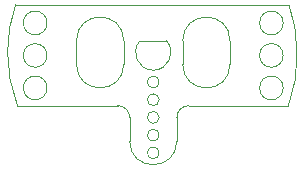
<source format=gbr>
%TF.GenerationSoftware,KiCad,Pcbnew,8.0.8*%
%TF.CreationDate,2025-01-30T22:25:04+01:00*%
%TF.ProjectId,wheel,77686565-6c2e-46b6-9963-61645f706362,rev?*%
%TF.SameCoordinates,Original*%
%TF.FileFunction,Profile,NP*%
%FSLAX46Y46*%
G04 Gerber Fmt 4.6, Leading zero omitted, Abs format (unit mm)*
G04 Created by KiCad (PCBNEW 8.0.8) date 2025-01-30 22:25:04*
%MOMM*%
%LPD*%
G01*
G04 APERTURE LIST*
%TA.AperFunction,Profile*%
%ADD10C,0.050000*%
%TD*%
G04 APERTURE END LIST*
D10*
X1119999Y-500001D02*
G75*
G02*
X-1115530Y-495018I-1119999J-999999D01*
G01*
X0Y-500000D02*
X1120000Y-500000D01*
X0Y-500000D02*
X-1110000Y-500000D01*
X2000000Y-7000000D02*
G75*
G02*
X3000000Y-6000000I1000000J0D01*
G01*
X-3000000Y-6000000D02*
G75*
G02*
X-2000000Y-7000000I0J-1000000D01*
G01*
X-2000000Y-9000000D02*
X-2000000Y-7000000D01*
X2000000Y-9000000D02*
X2000000Y-7000000D01*
X500000Y-8500000D02*
G75*
G02*
X-500000Y-8500000I-500000J0D01*
G01*
X-500000Y-8500000D02*
G75*
G02*
X500000Y-8500000I500000J0D01*
G01*
X500000Y-10000000D02*
G75*
G02*
X-500000Y-10000000I-500000J0D01*
G01*
X-500000Y-10000000D02*
G75*
G02*
X500000Y-10000000I500000J0D01*
G01*
X-9000000Y-4500000D02*
G75*
G02*
X-11000000Y-4500000I-1000000J0D01*
G01*
X-11000000Y-4500000D02*
G75*
G02*
X-9000000Y-4500000I1000000J0D01*
G01*
X-9000000Y-1750000D02*
G75*
G02*
X-11000000Y-1750000I-1000000J0D01*
G01*
X-11000000Y-1750000D02*
G75*
G02*
X-9000000Y-1750000I1000000J0D01*
G01*
X11000000Y1000000D02*
G75*
G02*
X9000000Y1000000I-1000000J0D01*
G01*
X9000000Y1000000D02*
G75*
G02*
X11000000Y1000000I1000000J0D01*
G01*
X11000000Y-1750000D02*
G75*
G02*
X9000000Y-1750000I-1000000J0D01*
G01*
X9000000Y-1750000D02*
G75*
G02*
X11000000Y-1750000I1000000J0D01*
G01*
X11000000Y-4500000D02*
G75*
G02*
X9000000Y-4500000I-1000000J0D01*
G01*
X9000000Y-4500000D02*
G75*
G02*
X11000000Y-4500000I1000000J0D01*
G01*
X-2500000Y-500000D02*
X-2500000Y-2500000D01*
X11494319Y2554382D02*
X-11658600Y2554382D01*
X-6500000Y-500000D02*
X-6500000Y-2500000D01*
X6500000Y-2500000D02*
G75*
G02*
X2500000Y-2500000I-2000000J0D01*
G01*
X500000Y-5500000D02*
G75*
G02*
X-500000Y-5500000I-500000J0D01*
G01*
X-500000Y-5500000D02*
G75*
G02*
X500000Y-5500000I500000J0D01*
G01*
X12170105Y-1500000D02*
G75*
G02*
X11444154Y-6002031I-11546785J-447630D01*
G01*
X11494319Y2554382D02*
G75*
G02*
X12170105Y-1500000I-11824331J-4054395D01*
G01*
X-11496544Y-6000000D02*
X-3000000Y-6000000D01*
X2000000Y-9000000D02*
G75*
G02*
X-2000000Y-9000000I-2000000J0D01*
G01*
X500000Y-4000000D02*
G75*
G02*
X-500000Y-4000000I-500000J0D01*
G01*
X-500000Y-4000000D02*
G75*
G02*
X500000Y-4000000I500000J0D01*
G01*
X-2500000Y-2500000D02*
G75*
G02*
X-6500000Y-2500000I-2000000J0D01*
G01*
X-12334388Y-1500000D02*
G75*
G02*
X-11658599Y2554382I12500048J-10D01*
G01*
X-11496544Y-6000000D02*
G75*
G02*
X-12334390Y-1500000I11665644J4500000D01*
G01*
X11444155Y-6002031D02*
X3000000Y-6000000D01*
X6500000Y-500000D02*
X6500000Y-2500000D01*
X-6500000Y-500000D02*
G75*
G02*
X-2500000Y-500000I2000000J0D01*
G01*
X2500000Y-500000D02*
G75*
G02*
X6500000Y-500000I2000000J0D01*
G01*
X500000Y-7000000D02*
G75*
G02*
X-500000Y-7000000I-500000J0D01*
G01*
X-500000Y-7000000D02*
G75*
G02*
X500000Y-7000000I500000J0D01*
G01*
X2500000Y-500000D02*
X2500000Y-2500000D01*
X-9000000Y1000000D02*
G75*
G02*
X-11000000Y1000000I-1000000J0D01*
G01*
X-11000000Y1000000D02*
G75*
G02*
X-9000000Y1000000I1000000J0D01*
G01*
M02*

</source>
